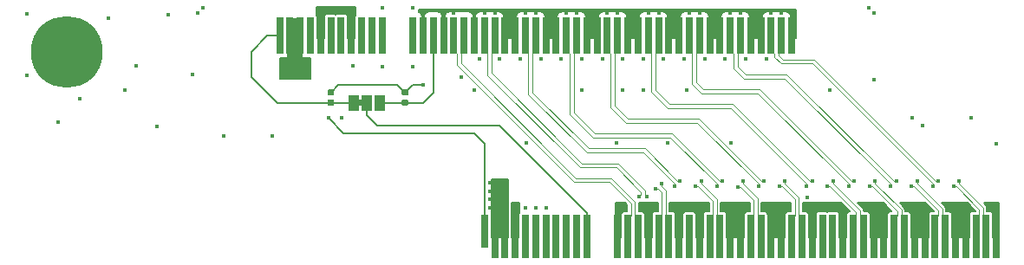
<source format=gbl>
%TF.GenerationSoftware,KiCad,Pcbnew,5.1.5+dfsg1-2build2*%
%TF.CreationDate,2020-11-04T23:41:29+01:00*%
%TF.ProjectId,HPE_FlexibleLOM_adapter_x4,4850455f-466c-4657-9869-626c654c4f4d,1.0 11.2020*%
%TF.SameCoordinates,Original*%
%TF.FileFunction,Copper,L4,Bot*%
%TF.FilePolarity,Positive*%
%FSLAX46Y46*%
G04 Gerber Fmt 4.6, Leading zero omitted, Abs format (unit mm)*
G04 Created by KiCad (PCBNEW 5.1.5+dfsg1-2build2) date 2020-11-04 23:41:29*
%MOMM*%
%LPD*%
G04 APERTURE LIST*
%TA.AperFunction,EtchedComponent*%
%ADD10C,0.100000*%
%TD*%
%TA.AperFunction,ComponentPad*%
%ADD11C,7.000000*%
%TD*%
%TA.AperFunction,ComponentPad*%
%ADD12C,0.800000*%
%TD*%
%TA.AperFunction,SMDPad,CuDef*%
%ADD13R,0.700000X3.600000*%
%TD*%
%TA.AperFunction,ConnectorPad*%
%ADD14R,0.700000X4.300000*%
%TD*%
%TA.AperFunction,ConnectorPad*%
%ADD15R,0.700000X3.200000*%
%TD*%
%TA.AperFunction,SMDPad,CuDef*%
%ADD16C,0.100000*%
%TD*%
%TA.AperFunction,SMDPad,CuDef*%
%ADD17R,1.000000X1.500000*%
%TD*%
%TA.AperFunction,ViaPad*%
%ADD18C,0.450000*%
%TD*%
%TA.AperFunction,Conductor*%
%ADD19C,0.090000*%
%TD*%
%TA.AperFunction,Conductor*%
%ADD20C,0.127000*%
%TD*%
G04 APERTURE END LIST*
D10*
%TO.C,JP3*%
G36*
X107600000Y-110050000D02*
G01*
X108100000Y-110050000D01*
X108100000Y-109450000D01*
X107600000Y-109450000D01*
X107600000Y-110050000D01*
G37*
%TD*%
D11*
%TO.P,REF\002A\002A,1*%
%TO.N,N/C*%
X79200000Y-104750000D03*
D12*
X81825000Y-104750000D03*
X81056155Y-106606155D03*
X79200000Y-107375000D03*
X77343845Y-106606155D03*
X76575000Y-104750000D03*
X77343845Y-102893845D03*
X79200000Y-102125000D03*
X81056155Y-102893845D03*
%TD*%
D13*
%TO.P,J2,A1*%
%TO.N,Net-(J2-PadA1)*%
X100000000Y-103200000D03*
%TO.P,J2,A12*%
%TO.N,Net-(J2-PadA12)*%
X113000000Y-103200000D03*
%TO.P,J2,A13*%
%TO.N,GND*%
X114000000Y-103200000D03*
%TO.P,J2,A14*%
%TO.N,Net-(J2-PadA14)*%
X115000000Y-103200000D03*
%TO.P,J2,A15*%
%TO.N,GND*%
X116000000Y-103200000D03*
%TO.P,J2,A16*%
%TO.N,/REFCLK+*%
X117000000Y-103200000D03*
%TO.P,J2,A17*%
%TO.N,/REFCLK-*%
X118000000Y-103200000D03*
%TO.P,J2,A18*%
%TO.N,GND*%
X119000000Y-103200000D03*
%TO.P,J2,A19*%
%TO.N,/TX0+*%
X120000000Y-103200000D03*
%TO.P,J2,A20*%
%TO.N,/TX0-*%
X121000000Y-103200000D03*
%TO.P,J2,A21*%
%TO.N,GND*%
X122000000Y-103200000D03*
%TO.P,J2,A22*%
X123000000Y-103200000D03*
%TO.P,J2,A23*%
%TO.N,/TX1+*%
X124000000Y-103200000D03*
%TO.P,J2,A24*%
%TO.N,/TX1-*%
X125000000Y-103200000D03*
%TO.P,J2,A25*%
%TO.N,GND*%
X126000000Y-103200000D03*
%TO.P,J2,A26*%
X127000000Y-103200000D03*
%TO.P,J2,A27*%
%TO.N,/TX2+*%
X128000000Y-103200000D03*
%TO.P,J2,A28*%
%TO.N,/TX2-*%
X129000000Y-103200000D03*
%TO.P,J2,A29*%
%TO.N,GND*%
X130000000Y-103200000D03*
%TO.P,J2,A30*%
X131000000Y-103200000D03*
%TO.P,J2,A31*%
%TO.N,/TX3+*%
X132000000Y-103200000D03*
%TO.P,J2,A32*%
%TO.N,/TX3-*%
X133000000Y-103200000D03*
%TO.P,J2,A33*%
%TO.N,GND*%
X134000000Y-103200000D03*
%TO.P,J2,A34*%
X135000000Y-103200000D03*
%TO.P,J2,A35*%
%TO.N,/TX4+*%
X136000000Y-103200000D03*
%TO.P,J2,A36*%
%TO.N,/TX4-*%
X137000000Y-103200000D03*
%TO.P,J2,A37*%
%TO.N,GND*%
X138000000Y-103200000D03*
%TO.P,J2,A38*%
X139000000Y-103200000D03*
%TO.P,J2,A39*%
%TO.N,/TX5+*%
X140000000Y-103200000D03*
%TO.P,J2,A40*%
%TO.N,/TX5-*%
X141000000Y-103200000D03*
%TO.P,J2,A41*%
%TO.N,GND*%
X142000000Y-103200000D03*
%TO.P,J2,A42*%
X143000000Y-103200000D03*
%TO.P,J2,A43*%
%TO.N,/TX6+*%
X144000000Y-103200000D03*
%TO.P,J2,A44*%
%TO.N,/TX6-*%
X145000000Y-103200000D03*
%TO.P,J2,A45*%
%TO.N,GND*%
X146000000Y-103200000D03*
%TO.P,J2,A46*%
X147000000Y-103200000D03*
%TO.P,J2,A47*%
%TO.N,/TX7+*%
X148000000Y-103200000D03*
%TO.P,J2,A48*%
%TO.N,/TX7-*%
X149000000Y-103200000D03*
%TO.P,J2,A49*%
%TO.N,GND*%
X150000000Y-103200000D03*
%TO.P,J2,A2*%
%TO.N,+12V*%
X101000000Y-103200000D03*
%TO.P,J2,A3*%
X102000000Y-103200000D03*
%TO.P,J2,A4*%
%TO.N,Net-(J2-PadA4)*%
X103000000Y-103200000D03*
%TO.P,J2,A5*%
%TO.N,GND*%
X104000000Y-103200000D03*
%TO.P,J2,A6*%
%TO.N,Net-(J2-PadA6)*%
X105000000Y-103200000D03*
%TO.P,J2,A7*%
%TO.N,Net-(J2-PadA7)*%
X106000000Y-103200000D03*
%TO.P,J2,A8*%
%TO.N,GND*%
X107000000Y-103200000D03*
%TO.P,J2,A9*%
%TO.N,Net-(J2-PadA9)*%
X108000000Y-103200000D03*
%TO.P,J2,A10*%
%TO.N,Net-(J2-PadA10)*%
X109000000Y-103200000D03*
%TO.P,J2,A11*%
%TO.N,Net-(J2-PadA11)*%
X110000000Y-103200000D03*
%TD*%
D14*
%TO.P,J1,A49*%
%TO.N,GND*%
X170000000Y-122850000D03*
%TO.P,J1,A48*%
%TO.N,/RX7-*%
X169000000Y-122850000D03*
%TO.P,J1,A47*%
%TO.N,/RX7+*%
X168000000Y-122850000D03*
%TO.P,J1,A46*%
%TO.N,GND*%
X167000000Y-122850000D03*
%TO.P,J1,A45*%
X166000000Y-122850000D03*
%TO.P,J1,A44*%
%TO.N,/RX6-*%
X165000000Y-122850000D03*
%TO.P,J1,A43*%
%TO.N,/RX6+*%
X164000000Y-122850000D03*
%TO.P,J1,A42*%
%TO.N,GND*%
X163000000Y-122850000D03*
%TO.P,J1,A13*%
%TO.N,/REFCLK+*%
X134000000Y-122850000D03*
%TO.P,J1,A12*%
%TO.N,GND*%
X133000000Y-122850000D03*
%TO.P,J1,A18*%
X139000000Y-122850000D03*
%TO.P,J1,A17*%
%TO.N,/RX0-*%
X138000000Y-122850000D03*
%TO.P,J1,A16*%
%TO.N,/RX0+*%
X137000000Y-122850000D03*
%TO.P,J1,A15*%
%TO.N,GND*%
X136000000Y-122850000D03*
%TO.P,J1,A14*%
%TO.N,/REFCLK-*%
X135000000Y-122850000D03*
%TO.P,J1,A11*%
%TO.N,/~PERST*%
X130000000Y-122850000D03*
%TO.P,J1,A10*%
%TO.N,Net-(J1-PadA10)*%
X129000000Y-122850000D03*
%TO.P,J1,A9*%
%TO.N,Net-(J1-PadA9)*%
X128000000Y-122850000D03*
%TO.P,J1,A8*%
%TO.N,Net-(J1-PadA8)*%
X127000000Y-122850000D03*
%TO.P,J1,A7*%
%TO.N,Net-(J1-PadA7)*%
X126000000Y-122850000D03*
%TO.P,J1,A6*%
%TO.N,Net-(J1-PadA6)*%
X125000000Y-122850000D03*
%TO.P,J1,A5*%
%TO.N,Net-(J1-PadA5)*%
X124000000Y-122850000D03*
%TO.P,J1,A4*%
%TO.N,GND*%
X123000000Y-122850000D03*
%TO.P,J1,A3*%
%TO.N,+12V*%
X122000000Y-122850000D03*
%TO.P,J1,A2*%
X121000000Y-122850000D03*
D15*
%TO.P,J1,A1*%
%TO.N,Net-(J1-PadA1)*%
X120000000Y-122300000D03*
D14*
%TO.P,J1,A19*%
%TO.N,Net-(J1-PadA19)*%
X140000000Y-122850000D03*
%TO.P,J1,A20*%
%TO.N,GND*%
X141000000Y-122850000D03*
%TO.P,J1,A21*%
%TO.N,/RX1+*%
X142000000Y-122850000D03*
%TO.P,J1,A22*%
%TO.N,/RX1-*%
X143000000Y-122850000D03*
%TO.P,J1,A23*%
%TO.N,GND*%
X144000000Y-122850000D03*
%TO.P,J1,A24*%
X145000000Y-122850000D03*
%TO.P,J1,A25*%
%TO.N,/RX2+*%
X146000000Y-122850000D03*
%TO.P,J1,A26*%
%TO.N,/RX2-*%
X147000000Y-122850000D03*
%TO.P,J1,A27*%
%TO.N,GND*%
X148000000Y-122850000D03*
%TO.P,J1,A28*%
X149000000Y-122850000D03*
%TO.P,J1,A29*%
%TO.N,/RX3+*%
X150000000Y-122850000D03*
%TO.P,J1,A30*%
%TO.N,/RX3-*%
X151000000Y-122850000D03*
%TO.P,J1,A31*%
%TO.N,GND*%
X152000000Y-122850000D03*
%TO.P,J1,A32*%
%TO.N,Net-(J1-PadA32)*%
X153000000Y-122850000D03*
%TO.P,J1,A33*%
%TO.N,Net-(J1-PadA33)*%
X154000000Y-122850000D03*
%TO.P,J1,A34*%
%TO.N,GND*%
X155000000Y-122850000D03*
%TO.P,J1,A35*%
%TO.N,/RX4+*%
X156000000Y-122850000D03*
%TO.P,J1,A36*%
%TO.N,/RX4-*%
X157000000Y-122850000D03*
%TO.P,J1,A37*%
%TO.N,GND*%
X158000000Y-122850000D03*
%TO.P,J1,A38*%
X159000000Y-122850000D03*
%TO.P,J1,A39*%
%TO.N,/RX5+*%
X160000000Y-122850000D03*
%TO.P,J1,A40*%
%TO.N,/RX5-*%
X161000000Y-122850000D03*
%TO.P,J1,A41*%
%TO.N,GND*%
X162000000Y-122850000D03*
%TD*%
%TA.AperFunction,SMDPad,CuDef*%
D16*
%TO.P,R2,2*%
%TO.N,+3V3*%
G36*
X112436958Y-108470710D02*
G01*
X112451276Y-108472834D01*
X112465317Y-108476351D01*
X112478946Y-108481228D01*
X112492031Y-108487417D01*
X112504447Y-108494858D01*
X112516073Y-108503481D01*
X112526798Y-108513202D01*
X112536519Y-108523927D01*
X112545142Y-108535553D01*
X112552583Y-108547969D01*
X112558772Y-108561054D01*
X112563649Y-108574683D01*
X112567166Y-108588724D01*
X112569290Y-108603042D01*
X112570000Y-108617500D01*
X112570000Y-108912500D01*
X112569290Y-108926958D01*
X112567166Y-108941276D01*
X112563649Y-108955317D01*
X112558772Y-108968946D01*
X112552583Y-108982031D01*
X112545142Y-108994447D01*
X112536519Y-109006073D01*
X112526798Y-109016798D01*
X112516073Y-109026519D01*
X112504447Y-109035142D01*
X112492031Y-109042583D01*
X112478946Y-109048772D01*
X112465317Y-109053649D01*
X112451276Y-109057166D01*
X112436958Y-109059290D01*
X112422500Y-109060000D01*
X112077500Y-109060000D01*
X112063042Y-109059290D01*
X112048724Y-109057166D01*
X112034683Y-109053649D01*
X112021054Y-109048772D01*
X112007969Y-109042583D01*
X111995553Y-109035142D01*
X111983927Y-109026519D01*
X111973202Y-109016798D01*
X111963481Y-109006073D01*
X111954858Y-108994447D01*
X111947417Y-108982031D01*
X111941228Y-108968946D01*
X111936351Y-108955317D01*
X111932834Y-108941276D01*
X111930710Y-108926958D01*
X111930000Y-108912500D01*
X111930000Y-108617500D01*
X111930710Y-108603042D01*
X111932834Y-108588724D01*
X111936351Y-108574683D01*
X111941228Y-108561054D01*
X111947417Y-108547969D01*
X111954858Y-108535553D01*
X111963481Y-108523927D01*
X111973202Y-108513202D01*
X111983927Y-108503481D01*
X111995553Y-108494858D01*
X112007969Y-108487417D01*
X112021054Y-108481228D01*
X112034683Y-108476351D01*
X112048724Y-108472834D01*
X112063042Y-108470710D01*
X112077500Y-108470000D01*
X112422500Y-108470000D01*
X112436958Y-108470710D01*
G37*
%TD.AperFunction*%
%TA.AperFunction,SMDPad,CuDef*%
%TO.P,R2,1*%
%TO.N,Net-(J2-PadA14)*%
G36*
X112436958Y-109440710D02*
G01*
X112451276Y-109442834D01*
X112465317Y-109446351D01*
X112478946Y-109451228D01*
X112492031Y-109457417D01*
X112504447Y-109464858D01*
X112516073Y-109473481D01*
X112526798Y-109483202D01*
X112536519Y-109493927D01*
X112545142Y-109505553D01*
X112552583Y-109517969D01*
X112558772Y-109531054D01*
X112563649Y-109544683D01*
X112567166Y-109558724D01*
X112569290Y-109573042D01*
X112570000Y-109587500D01*
X112570000Y-109882500D01*
X112569290Y-109896958D01*
X112567166Y-109911276D01*
X112563649Y-109925317D01*
X112558772Y-109938946D01*
X112552583Y-109952031D01*
X112545142Y-109964447D01*
X112536519Y-109976073D01*
X112526798Y-109986798D01*
X112516073Y-109996519D01*
X112504447Y-110005142D01*
X112492031Y-110012583D01*
X112478946Y-110018772D01*
X112465317Y-110023649D01*
X112451276Y-110027166D01*
X112436958Y-110029290D01*
X112422500Y-110030000D01*
X112077500Y-110030000D01*
X112063042Y-110029290D01*
X112048724Y-110027166D01*
X112034683Y-110023649D01*
X112021054Y-110018772D01*
X112007969Y-110012583D01*
X111995553Y-110005142D01*
X111983927Y-109996519D01*
X111973202Y-109986798D01*
X111963481Y-109976073D01*
X111954858Y-109964447D01*
X111947417Y-109952031D01*
X111941228Y-109938946D01*
X111936351Y-109925317D01*
X111932834Y-109911276D01*
X111930710Y-109896958D01*
X111930000Y-109882500D01*
X111930000Y-109587500D01*
X111930710Y-109573042D01*
X111932834Y-109558724D01*
X111936351Y-109544683D01*
X111941228Y-109531054D01*
X111947417Y-109517969D01*
X111954858Y-109505553D01*
X111963481Y-109493927D01*
X111973202Y-109483202D01*
X111983927Y-109473481D01*
X111995553Y-109464858D01*
X112007969Y-109457417D01*
X112021054Y-109451228D01*
X112034683Y-109446351D01*
X112048724Y-109442834D01*
X112063042Y-109440710D01*
X112077500Y-109440000D01*
X112422500Y-109440000D01*
X112436958Y-109440710D01*
G37*
%TD.AperFunction*%
%TD*%
D17*
%TO.P,JP3,2*%
%TO.N,/~PERST*%
X108500000Y-109750000D03*
%TO.P,JP3,3*%
%TO.N,Net-(J2-PadA14)*%
X109800000Y-109750000D03*
%TO.P,JP3,1*%
%TO.N,Net-(J2-PadA1)*%
X107200000Y-109750000D03*
%TD*%
%TA.AperFunction,SMDPad,CuDef*%
D16*
%TO.P,R1,2*%
%TO.N,+3V3*%
G36*
X105186958Y-108470710D02*
G01*
X105201276Y-108472834D01*
X105215317Y-108476351D01*
X105228946Y-108481228D01*
X105242031Y-108487417D01*
X105254447Y-108494858D01*
X105266073Y-108503481D01*
X105276798Y-108513202D01*
X105286519Y-108523927D01*
X105295142Y-108535553D01*
X105302583Y-108547969D01*
X105308772Y-108561054D01*
X105313649Y-108574683D01*
X105317166Y-108588724D01*
X105319290Y-108603042D01*
X105320000Y-108617500D01*
X105320000Y-108912500D01*
X105319290Y-108926958D01*
X105317166Y-108941276D01*
X105313649Y-108955317D01*
X105308772Y-108968946D01*
X105302583Y-108982031D01*
X105295142Y-108994447D01*
X105286519Y-109006073D01*
X105276798Y-109016798D01*
X105266073Y-109026519D01*
X105254447Y-109035142D01*
X105242031Y-109042583D01*
X105228946Y-109048772D01*
X105215317Y-109053649D01*
X105201276Y-109057166D01*
X105186958Y-109059290D01*
X105172500Y-109060000D01*
X104827500Y-109060000D01*
X104813042Y-109059290D01*
X104798724Y-109057166D01*
X104784683Y-109053649D01*
X104771054Y-109048772D01*
X104757969Y-109042583D01*
X104745553Y-109035142D01*
X104733927Y-109026519D01*
X104723202Y-109016798D01*
X104713481Y-109006073D01*
X104704858Y-108994447D01*
X104697417Y-108982031D01*
X104691228Y-108968946D01*
X104686351Y-108955317D01*
X104682834Y-108941276D01*
X104680710Y-108926958D01*
X104680000Y-108912500D01*
X104680000Y-108617500D01*
X104680710Y-108603042D01*
X104682834Y-108588724D01*
X104686351Y-108574683D01*
X104691228Y-108561054D01*
X104697417Y-108547969D01*
X104704858Y-108535553D01*
X104713481Y-108523927D01*
X104723202Y-108513202D01*
X104733927Y-108503481D01*
X104745553Y-108494858D01*
X104757969Y-108487417D01*
X104771054Y-108481228D01*
X104784683Y-108476351D01*
X104798724Y-108472834D01*
X104813042Y-108470710D01*
X104827500Y-108470000D01*
X105172500Y-108470000D01*
X105186958Y-108470710D01*
G37*
%TD.AperFunction*%
%TA.AperFunction,SMDPad,CuDef*%
%TO.P,R1,1*%
%TO.N,Net-(J2-PadA1)*%
G36*
X105186958Y-109440710D02*
G01*
X105201276Y-109442834D01*
X105215317Y-109446351D01*
X105228946Y-109451228D01*
X105242031Y-109457417D01*
X105254447Y-109464858D01*
X105266073Y-109473481D01*
X105276798Y-109483202D01*
X105286519Y-109493927D01*
X105295142Y-109505553D01*
X105302583Y-109517969D01*
X105308772Y-109531054D01*
X105313649Y-109544683D01*
X105317166Y-109558724D01*
X105319290Y-109573042D01*
X105320000Y-109587500D01*
X105320000Y-109882500D01*
X105319290Y-109896958D01*
X105317166Y-109911276D01*
X105313649Y-109925317D01*
X105308772Y-109938946D01*
X105302583Y-109952031D01*
X105295142Y-109964447D01*
X105286519Y-109976073D01*
X105276798Y-109986798D01*
X105266073Y-109996519D01*
X105254447Y-110005142D01*
X105242031Y-110012583D01*
X105228946Y-110018772D01*
X105215317Y-110023649D01*
X105201276Y-110027166D01*
X105186958Y-110029290D01*
X105172500Y-110030000D01*
X104827500Y-110030000D01*
X104813042Y-110029290D01*
X104798724Y-110027166D01*
X104784683Y-110023649D01*
X104771054Y-110018772D01*
X104757969Y-110012583D01*
X104745553Y-110005142D01*
X104733927Y-109996519D01*
X104723202Y-109986798D01*
X104713481Y-109976073D01*
X104704858Y-109964447D01*
X104697417Y-109952031D01*
X104691228Y-109938946D01*
X104686351Y-109925317D01*
X104682834Y-109911276D01*
X104680710Y-109896958D01*
X104680000Y-109882500D01*
X104680000Y-109587500D01*
X104680710Y-109573042D01*
X104682834Y-109558724D01*
X104686351Y-109544683D01*
X104691228Y-109531054D01*
X104697417Y-109517969D01*
X104704858Y-109505553D01*
X104713481Y-109493927D01*
X104723202Y-109483202D01*
X104733927Y-109473481D01*
X104745553Y-109464858D01*
X104757969Y-109457417D01*
X104771054Y-109451228D01*
X104784683Y-109446351D01*
X104798724Y-109442834D01*
X104813042Y-109440710D01*
X104827500Y-109440000D01*
X105172500Y-109440000D01*
X105186958Y-109440710D01*
G37*
%TD.AperFunction*%
%TD*%
D18*
%TO.N,/TX7-*%
X164297237Y-117402763D03*
%TO.N,/TX7+*%
X163752763Y-117947237D03*
%TO.N,/TX6-*%
X160197237Y-117402763D03*
%TO.N,/TX0-*%
X135885000Y-118900000D03*
%TO.N,/TX0+*%
X135115000Y-118900000D03*
%TO.N,+3V3*%
X114000000Y-108000000D03*
%TO.N,+12V*%
X121999999Y-118400000D03*
X120500000Y-118400000D03*
X121250000Y-118400000D03*
X120500000Y-120000000D03*
X122000000Y-120000000D03*
X122000000Y-119200000D03*
X121250000Y-117600000D03*
X122000000Y-117600000D03*
X121249999Y-120000000D03*
X121250000Y-119200000D03*
X120500000Y-117600000D03*
X120500000Y-119200000D03*
X100300000Y-105650000D03*
X100300001Y-107150000D03*
X100300000Y-106399999D03*
X102700000Y-107150000D03*
X102700000Y-105650000D03*
X102700000Y-106400000D03*
X101900000Y-105650000D03*
X101900000Y-106400000D03*
X101900000Y-107150000D03*
X101100000Y-107150000D03*
X101100000Y-106400000D03*
X101100000Y-105650000D03*
%TO.N,/RX0-*%
X137272237Y-117627763D03*
%TO.N,/RX0+*%
X136727763Y-118172237D03*
%TO.N,/RX1+*%
X140602763Y-117947237D03*
%TO.N,/RX1-*%
X141147237Y-117402763D03*
%TO.N,/RX2+*%
X144727763Y-117972237D03*
%TO.N,/RX2-*%
X145272237Y-117427763D03*
%TO.N,/RX3+*%
X148802763Y-117947237D03*
%TO.N,/RX3-*%
X149347237Y-117402763D03*
%TO.N,/TX1+*%
X138552763Y-117947237D03*
%TO.N,/TX1-*%
X139097237Y-117402763D03*
%TO.N,/TX2+*%
X142677763Y-117947237D03*
%TO.N,/TX2-*%
X143222237Y-117402763D03*
%TO.N,/TX3+*%
X146752763Y-117947237D03*
%TO.N,/TX3-*%
X147297237Y-117402763D03*
%TO.N,/RX4+*%
X153502763Y-117947237D03*
%TO.N,/RX4-*%
X154047237Y-117402763D03*
%TO.N,/RX5+*%
X157577763Y-117947237D03*
%TO.N,/RX5-*%
X158122237Y-117402763D03*
%TO.N,/RX6+*%
X161702763Y-117947237D03*
%TO.N,/RX6-*%
X162247237Y-117402763D03*
%TO.N,/RX7+*%
X165802763Y-117947237D03*
%TO.N,/RX7-*%
X166347237Y-117402763D03*
%TO.N,/TX4+*%
X151452763Y-117947237D03*
%TO.N,/TX4-*%
X151997237Y-117402763D03*
%TO.N,/TX5+*%
X155552763Y-117947237D03*
%TO.N,/TX5-*%
X156097237Y-117402763D03*
%TO.N,/TX6+*%
X159652763Y-117947237D03*
%TO.N,Net-(J1-PadA1)*%
X104750000Y-111250000D03*
%TO.N,GND*%
X124050000Y-113700000D03*
X155300000Y-120200000D03*
X157300000Y-120200000D03*
X161300000Y-120200000D03*
X133300000Y-119800000D03*
X136600000Y-119800000D03*
X139400000Y-119800000D03*
X138500000Y-119800000D03*
X141600000Y-119800000D03*
X143400000Y-119800000D03*
X145600000Y-119800000D03*
X147400000Y-119800000D03*
X149600000Y-119800000D03*
X152300000Y-119800000D03*
X169700000Y-119800000D03*
X167400000Y-120100000D03*
X165300000Y-120200000D03*
X159300000Y-120200000D03*
X123000000Y-120000000D03*
X126000000Y-120000000D03*
X125000000Y-120000000D03*
X124000000Y-120000000D03*
X134000000Y-101000000D03*
X135000000Y-101000000D03*
X131000000Y-101000000D03*
X130000000Y-101000000D03*
X126000000Y-101000000D03*
X127000000Y-101000000D03*
X123000000Y-101000000D03*
X122000000Y-101000000D03*
X119000000Y-101000000D03*
X116000000Y-101000000D03*
X114000000Y-101000000D03*
X138000000Y-101000000D03*
X139000000Y-101000000D03*
X142000000Y-101000000D03*
X143000000Y-101000000D03*
X146000000Y-101000000D03*
X147000000Y-101000000D03*
X150000000Y-101000000D03*
X107000000Y-100750000D03*
X104000000Y-100750000D03*
X106000000Y-100750000D03*
X105000000Y-100750000D03*
X121000000Y-101000000D03*
X120000000Y-101000000D03*
X117000000Y-101000000D03*
X124000000Y-101000000D03*
X125000000Y-101000000D03*
X128000000Y-101000000D03*
X129000000Y-101000000D03*
X132000000Y-101000000D03*
X133000000Y-101000000D03*
X136000000Y-101000000D03*
X137000000Y-101000000D03*
X140000000Y-101000000D03*
X141000000Y-101000000D03*
X144000000Y-101000000D03*
X145000000Y-101000000D03*
X148000000Y-101000000D03*
X149000000Y-101000000D03*
X110000000Y-100500000D03*
X113000000Y-100500000D03*
X92500000Y-100500000D03*
X92000000Y-101000000D03*
X99250000Y-113000000D03*
X94500000Y-113000000D03*
X119500000Y-105500000D03*
X121500000Y-105500000D03*
X123500000Y-105500000D03*
X125500000Y-105500000D03*
X127500000Y-105500000D03*
X129500000Y-105500000D03*
X131500000Y-105500000D03*
X133500000Y-105500000D03*
X135500000Y-105500000D03*
X137500000Y-105500000D03*
X139500000Y-105500000D03*
X141500000Y-105500000D03*
X143500000Y-105500000D03*
X145500000Y-105500000D03*
X147500000Y-105500000D03*
X157500000Y-100500000D03*
X167500000Y-111250000D03*
X170000000Y-113750000D03*
X133500000Y-108500000D03*
X135500000Y-108500000D03*
X153750000Y-108500000D03*
X119000000Y-108500000D03*
X139750000Y-108500000D03*
X129500000Y-108500000D03*
X158000000Y-107500000D03*
X161750000Y-111250000D03*
X144100000Y-113700000D03*
X137900000Y-113700000D03*
X132850000Y-113700000D03*
X113000000Y-106250000D03*
X110000000Y-106250000D03*
X117750000Y-107250000D03*
X158000000Y-101000000D03*
X88050000Y-112100000D03*
X86000000Y-106150000D03*
X83250000Y-101450000D03*
X75300000Y-101050000D03*
X75300000Y-107100000D03*
X80500000Y-109350000D03*
X84900000Y-108500000D03*
X78400000Y-111650000D03*
X89100000Y-101150000D03*
X91500000Y-107000000D03*
%TO.N,/PRSNT_x4*%
X151500000Y-119000000D03*
X106050000Y-111250000D03*
%TO.N,/PRSNT_x8*%
X162750000Y-112000000D03*
X107150000Y-106150000D03*
%TD*%
D19*
%TO.N,/TX7-*%
X148705000Y-104945000D02*
X148705000Y-105090086D01*
X149000000Y-104650000D02*
X148705000Y-104945000D01*
X149000000Y-103200000D02*
X149000000Y-104650000D01*
X148705000Y-105090086D02*
X149134914Y-105520000D01*
X164042677Y-117402763D02*
X164297237Y-117402763D01*
X149134914Y-105520000D02*
X152159914Y-105520000D01*
X152159914Y-105520000D02*
X164042677Y-117402763D01*
%TO.N,/TX7+*%
X148295000Y-104945000D02*
X148295000Y-105259914D01*
X148000000Y-104650000D02*
X148295000Y-104945000D01*
X148000000Y-103200000D02*
X148000000Y-104650000D01*
X148295000Y-105259914D02*
X148965086Y-105930000D01*
X163752763Y-117692677D02*
X163752763Y-117947237D01*
X151990086Y-105930000D02*
X163752763Y-117692677D01*
X148965086Y-105930000D02*
X151990086Y-105930000D01*
%TO.N,/TX6-*%
X145000000Y-104650000D02*
X144705000Y-104945000D01*
X145000000Y-103200000D02*
X145000000Y-104650000D01*
X144705000Y-104945000D02*
X144705000Y-106190086D01*
X144705000Y-106190086D02*
X145484914Y-106970000D01*
X145484914Y-106970000D02*
X149509914Y-106970000D01*
X159942677Y-117402763D02*
X160197237Y-117402763D01*
X149509914Y-106970000D02*
X159942677Y-117402763D01*
%TO.N,/TX0-*%
X121000000Y-104650000D02*
X120705000Y-104945000D01*
X120705000Y-104945000D02*
X120705000Y-106865086D01*
X120705000Y-106865086D02*
X129516499Y-115676585D01*
X121000000Y-103200000D02*
X121000000Y-104650000D01*
X135885000Y-118900000D02*
X135705000Y-118720000D01*
X129516499Y-115676585D02*
X133041499Y-115676585D01*
X133041499Y-115676585D02*
X135705000Y-118340086D01*
X135705000Y-118340086D02*
X135705000Y-118720000D01*
%TO.N,/TX0+*%
X120000000Y-103200000D02*
X120000000Y-104650000D01*
X120000000Y-104650000D02*
X120295000Y-104945000D01*
X120295000Y-104945000D02*
X120295000Y-107034914D01*
X120295000Y-107034914D02*
X129346671Y-116086585D01*
X135115000Y-118900000D02*
X135295000Y-118720000D01*
X132871671Y-116086585D02*
X135295000Y-118509914D01*
X129346671Y-116086585D02*
X132871671Y-116086585D01*
X135295000Y-118509914D02*
X135295000Y-118720000D01*
D20*
%TO.N,+3V3*%
X105000000Y-108765000D02*
X105000000Y-108750000D01*
X112250000Y-108765000D02*
X112250000Y-108750000D01*
X112250000Y-108750000D02*
X111500000Y-108000000D01*
X111500000Y-108000000D02*
X105750000Y-108000000D01*
X105750000Y-108000000D02*
X105000000Y-108750000D01*
X112250000Y-108750000D02*
X113000000Y-108000000D01*
X113000000Y-108000000D02*
X114000000Y-108000000D01*
D19*
%TO.N,/REFCLK+*%
X117000000Y-103200000D02*
X117000000Y-104650000D01*
X117000000Y-104650000D02*
X117295000Y-104945000D01*
X117295000Y-104945000D02*
X117295000Y-106059914D01*
X134295000Y-120755000D02*
X134000000Y-121050000D01*
X117295000Y-106059914D02*
X128765086Y-117530000D01*
X134000000Y-121050000D02*
X134000000Y-122850000D01*
X134295000Y-120755000D02*
X134295000Y-119584914D01*
X132240086Y-117530000D02*
X128765086Y-117530000D01*
X134295000Y-119584914D02*
X132240086Y-117530000D01*
%TO.N,/RX0-*%
X137272237Y-117882323D02*
X137272237Y-117627763D01*
X137705000Y-118315086D02*
X137272237Y-117882323D01*
X137705000Y-120755000D02*
X137705000Y-118315086D01*
X138000000Y-122850000D02*
X138000000Y-121050000D01*
X138000000Y-121050000D02*
X137705000Y-120755000D01*
%TO.N,/RX0+*%
X136982323Y-118172237D02*
X136727763Y-118172237D01*
X137295000Y-118484914D02*
X136982323Y-118172237D01*
X137295000Y-120755000D02*
X137295000Y-118484914D01*
X137000000Y-121050000D02*
X137295000Y-120755000D01*
X137000000Y-122850000D02*
X137000000Y-121050000D01*
%TO.N,/REFCLK-*%
X118000000Y-104650000D02*
X117705000Y-104945000D01*
X134705000Y-120755000D02*
X135000000Y-121050000D01*
X117705000Y-104945000D02*
X117705000Y-105890086D01*
X118000000Y-103200000D02*
X118000000Y-104650000D01*
X117705000Y-105890086D02*
X128934914Y-117120000D01*
X134705000Y-120755000D02*
X134705000Y-119415086D01*
X132409914Y-117120000D02*
X128934914Y-117120000D01*
X134705000Y-119415086D02*
X132409914Y-117120000D01*
D20*
%TO.N,/~PERST*%
X130000000Y-120573000D02*
X121427000Y-112000000D01*
X108500000Y-111000000D02*
X108500000Y-109750000D01*
X109500000Y-112000000D02*
X108500000Y-111000000D01*
X121427000Y-112000000D02*
X109500000Y-112000000D01*
X130000000Y-122850000D02*
X130000000Y-120573000D01*
D19*
%TO.N,/RX1+*%
X142295000Y-120755000D02*
X142000000Y-121050000D01*
X142000000Y-121050000D02*
X142000000Y-122850000D01*
X142295000Y-119384914D02*
X142295000Y-120755000D01*
X140857323Y-117947237D02*
X142295000Y-119384914D01*
X140602763Y-117947237D02*
X140857323Y-117947237D01*
%TO.N,/RX1-*%
X143000000Y-121050000D02*
X143000000Y-122850000D01*
X142705000Y-120755000D02*
X143000000Y-121050000D01*
X142705000Y-119215086D02*
X142705000Y-120755000D01*
X141147237Y-117657323D02*
X142705000Y-119215086D01*
X141147237Y-117402763D02*
X141147237Y-117657323D01*
%TO.N,/RX2+*%
X146000000Y-121050000D02*
X146295000Y-120755000D01*
X146000000Y-122850000D02*
X146000000Y-121050000D01*
X144982323Y-117972237D02*
X144727763Y-117972237D01*
X146295000Y-119284914D02*
X144982323Y-117972237D01*
X146295000Y-120755000D02*
X146295000Y-119284914D01*
%TO.N,/RX2-*%
X147000000Y-121050000D02*
X146705000Y-120755000D01*
X147000000Y-122850000D02*
X147000000Y-121050000D01*
X146705000Y-119115086D02*
X145272237Y-117682323D01*
X146705000Y-120755000D02*
X146705000Y-119115086D01*
X145272237Y-117682323D02*
X145272237Y-117427763D01*
%TO.N,/RX3+*%
X150000000Y-121050000D02*
X150295000Y-120755000D01*
X150000000Y-122850000D02*
X150000000Y-121050000D01*
X149057323Y-117947237D02*
X148802763Y-117947237D01*
X150295000Y-119184914D02*
X149057323Y-117947237D01*
X150295000Y-120755000D02*
X150295000Y-119184914D01*
%TO.N,/RX3-*%
X151000000Y-121050000D02*
X150705000Y-120755000D01*
X151000000Y-122850000D02*
X151000000Y-121050000D01*
X150705000Y-119015086D02*
X149347237Y-117657323D01*
X150705000Y-120755000D02*
X150705000Y-119015086D01*
X149347237Y-117657323D02*
X149347237Y-117402763D01*
%TO.N,/TX1+*%
X124000000Y-103200000D02*
X124000000Y-104650000D01*
X138552763Y-117692677D02*
X138552763Y-117947237D01*
X124000000Y-104650000D02*
X124295000Y-104945000D01*
X124295000Y-104945000D02*
X124295000Y-108934914D01*
X129990086Y-114630000D02*
X135490086Y-114630000D01*
X135490086Y-114630000D02*
X138552763Y-117692677D01*
X124295000Y-108934914D02*
X129990086Y-114630000D01*
%TO.N,/TX1-*%
X125000000Y-103200000D02*
X125000000Y-104650000D01*
X124705000Y-108765086D02*
X130159914Y-114220000D01*
X130159914Y-114220000D02*
X135659914Y-114220000D01*
X125000000Y-104650000D02*
X124705000Y-104945000D01*
X135659914Y-114220000D02*
X138842677Y-117402763D01*
X138842677Y-117402763D02*
X139097237Y-117402763D01*
X124705000Y-104945000D02*
X124705000Y-108765086D01*
%TO.N,/TX2+*%
X128000000Y-103200000D02*
X128000000Y-104650000D01*
X128000000Y-104650000D02*
X128295000Y-104945000D01*
X128295000Y-104945000D02*
X128295000Y-110884914D01*
X130590086Y-113180000D02*
X138165086Y-113180000D01*
X142677763Y-117692677D02*
X142677763Y-117947237D01*
X128295000Y-110884914D02*
X130590086Y-113180000D01*
X138165086Y-113180000D02*
X142677763Y-117692677D01*
%TO.N,/TX2-*%
X130759914Y-112770000D02*
X138334914Y-112770000D01*
X138334914Y-112770000D02*
X142967677Y-117402763D01*
X142967677Y-117402763D02*
X143222237Y-117402763D01*
X128705000Y-110715086D02*
X130759914Y-112770000D01*
X129000000Y-103200000D02*
X129000000Y-104650000D01*
X129000000Y-104650000D02*
X128705000Y-104945000D01*
X128705000Y-104945000D02*
X128705000Y-110715086D01*
%TO.N,/TX3+*%
X132000000Y-104650000D02*
X132295000Y-104945000D01*
X132000000Y-103200000D02*
X132000000Y-104650000D01*
X132295000Y-104945000D02*
X132295000Y-110234914D01*
X132295000Y-110234914D02*
X133790086Y-111730000D01*
X146752763Y-117692677D02*
X146752763Y-117947237D01*
X140790086Y-111730000D02*
X146752763Y-117692677D01*
X133790086Y-111730000D02*
X140790086Y-111730000D01*
%TO.N,/TX3-*%
X133000000Y-104650000D02*
X132705000Y-104945000D01*
X133000000Y-103200000D02*
X133000000Y-104650000D01*
X132705000Y-104945000D02*
X132705000Y-110065086D01*
X132705000Y-110065086D02*
X133959914Y-111320000D01*
X133959914Y-111320000D02*
X140959914Y-111320000D01*
X140959914Y-111320000D02*
X147042677Y-117402763D01*
X147042677Y-117402763D02*
X147297237Y-117402763D01*
%TO.N,/RX4+*%
X153757323Y-117947237D02*
X153502763Y-117947237D01*
X156295000Y-120484914D02*
X153757323Y-117947237D01*
X156295000Y-120755000D02*
X156295000Y-120484914D01*
X156000000Y-121050000D02*
X156295000Y-120755000D01*
X156000000Y-122850000D02*
X156000000Y-121050000D01*
%TO.N,/RX4-*%
X154047237Y-117657323D02*
X154047237Y-117402763D01*
X156705000Y-120755000D02*
X156705000Y-120315086D01*
X157000000Y-121050000D02*
X156705000Y-120755000D01*
X157000000Y-122850000D02*
X157000000Y-121050000D01*
X156705000Y-120315086D02*
X154047237Y-117657323D01*
%TO.N,/RX5+*%
X157832323Y-117947237D02*
X157577763Y-117947237D01*
X160295000Y-120409914D02*
X157832323Y-117947237D01*
X160295000Y-120755000D02*
X160295000Y-120409914D01*
X160000000Y-121050000D02*
X160295000Y-120755000D01*
X160000000Y-122850000D02*
X160000000Y-121050000D01*
%TO.N,/RX5-*%
X160705000Y-120240086D02*
X158122237Y-117657323D01*
X160705000Y-120755000D02*
X160705000Y-120240086D01*
X161000000Y-121050000D02*
X160705000Y-120755000D01*
X158122237Y-117657323D02*
X158122237Y-117402763D01*
X161000000Y-122850000D02*
X161000000Y-121050000D01*
%TO.N,/RX6+*%
X161957323Y-117947237D02*
X161702763Y-117947237D01*
X164295000Y-120284914D02*
X161957323Y-117947237D01*
X164295000Y-120755000D02*
X164295000Y-120284914D01*
X164000000Y-121050000D02*
X164295000Y-120755000D01*
X164000000Y-122850000D02*
X164000000Y-121050000D01*
%TO.N,/RX6-*%
X162247237Y-117657323D02*
X162247237Y-117402763D01*
X164705000Y-120755000D02*
X164705000Y-120115086D01*
X165000000Y-121050000D02*
X164705000Y-120755000D01*
X165000000Y-122850000D02*
X165000000Y-121050000D01*
X164705000Y-120115086D02*
X162247237Y-117657323D01*
%TO.N,/RX7+*%
X166057323Y-117947237D02*
X165802763Y-117947237D01*
X168295000Y-120184914D02*
X166057323Y-117947237D01*
X168295000Y-120755000D02*
X168295000Y-120184914D01*
X168000000Y-121050000D02*
X168295000Y-120755000D01*
X168000000Y-122850000D02*
X168000000Y-121050000D01*
%TO.N,/RX7-*%
X168705000Y-120755000D02*
X168705000Y-120015086D01*
X169000000Y-121050000D02*
X168705000Y-120755000D01*
X169000000Y-122850000D02*
X169000000Y-121050000D01*
X168705000Y-120015086D02*
X166347237Y-117657323D01*
X166347237Y-117657323D02*
X166347237Y-117402763D01*
%TO.N,/TX4+*%
X136000000Y-104650000D02*
X136295000Y-104945000D01*
X136295000Y-108659914D02*
X137915086Y-110280000D01*
X144040086Y-110280000D02*
X151452763Y-117692677D01*
X136295000Y-104945000D02*
X136295000Y-108659914D01*
X137915086Y-110280000D02*
X144040086Y-110280000D01*
X151452763Y-117692677D02*
X151452763Y-117947237D01*
X136000000Y-103200000D02*
X136000000Y-104650000D01*
%TO.N,/TX4-*%
X144209914Y-109870000D02*
X151742677Y-117402763D01*
X138084914Y-109870000D02*
X144209914Y-109870000D01*
X151742677Y-117402763D02*
X151997237Y-117402763D01*
X137000000Y-103200000D02*
X137000000Y-104650000D01*
X137000000Y-104650000D02*
X136705000Y-104945000D01*
X136705000Y-104945000D02*
X136705000Y-108490086D01*
X136705000Y-108490086D02*
X138084914Y-109870000D01*
%TO.N,/TX5+*%
X140000000Y-103200000D02*
X140000000Y-104650000D01*
X140295000Y-104945000D02*
X140295000Y-107959914D01*
X140000000Y-104650000D02*
X140295000Y-104945000D01*
X140295000Y-107959914D02*
X141165086Y-108830000D01*
X141165086Y-108830000D02*
X146690086Y-108830000D01*
X155552763Y-117692677D02*
X155552763Y-117947237D01*
X146690086Y-108830000D02*
X155552763Y-117692677D01*
%TO.N,/TX5-*%
X155842677Y-117402763D02*
X156097237Y-117402763D01*
X146859914Y-108420000D02*
X155842677Y-117402763D01*
X141000000Y-104650000D02*
X140705000Y-104945000D01*
X140705000Y-104945000D02*
X140705000Y-107790086D01*
X141000000Y-103200000D02*
X141000000Y-104650000D01*
X141334914Y-108420000D02*
X146859914Y-108420000D01*
X140705000Y-107790086D02*
X141334914Y-108420000D01*
%TO.N,/TX6+*%
X144295000Y-104945000D02*
X144295000Y-106359914D01*
X144000000Y-104650000D02*
X144295000Y-104945000D01*
X144000000Y-103200000D02*
X144000000Y-104650000D01*
X144295000Y-106359914D02*
X145315086Y-107380000D01*
X159652763Y-117692677D02*
X159652763Y-117947237D01*
X149340086Y-107380000D02*
X159652763Y-117692677D01*
X145315086Y-107380000D02*
X149340086Y-107380000D01*
D20*
%TO.N,Net-(J2-PadA14)*%
X115000000Y-103200000D02*
X115000000Y-108750000D01*
X115000000Y-108750000D02*
X114000000Y-109750000D01*
X114000000Y-109750000D02*
X109750000Y-109750000D01*
%TO.N,Net-(J2-PadA1)*%
X100000000Y-103200000D02*
X98800000Y-103200000D01*
X99750000Y-109750000D02*
X107250000Y-109750000D01*
X97250000Y-107250000D02*
X99750000Y-109750000D01*
X97250000Y-104750000D02*
X97250000Y-107250000D01*
X98800000Y-103200000D02*
X97250000Y-104750000D01*
%TO.N,Net-(J1-PadA1)*%
X120000000Y-122300000D02*
X120000000Y-113750000D01*
X120000000Y-113750000D02*
X119000000Y-112750000D01*
X106250000Y-112750000D02*
X104750000Y-111250000D01*
X119000000Y-112750000D02*
X106250000Y-112750000D01*
%TD*%
%TO.N,GND*%
G36*
X133932501Y-119735068D02*
G01*
X133932500Y-120380964D01*
X133650000Y-120380964D01*
X133587759Y-120387094D01*
X133527910Y-120405249D01*
X133472753Y-120434731D01*
X133424407Y-120474407D01*
X133384731Y-120522753D01*
X133355249Y-120577910D01*
X133337094Y-120637759D01*
X133330964Y-120700000D01*
X133330964Y-122936500D01*
X132817500Y-122936500D01*
X132817500Y-119563500D01*
X133760933Y-119563500D01*
X133932501Y-119735068D01*
G37*
X133932501Y-119735068D02*
X133932500Y-120380964D01*
X133650000Y-120380964D01*
X133587759Y-120387094D01*
X133527910Y-120405249D01*
X133472753Y-120434731D01*
X133424407Y-120474407D01*
X133384731Y-120522753D01*
X133355249Y-120577910D01*
X133337094Y-120637759D01*
X133330964Y-120700000D01*
X133330964Y-122936500D01*
X132817500Y-122936500D01*
X132817500Y-119563500D01*
X133760933Y-119563500D01*
X133932501Y-119735068D01*
G36*
X136932500Y-120380964D02*
G01*
X136650000Y-120380964D01*
X136587759Y-120387094D01*
X136527910Y-120405249D01*
X136472753Y-120434731D01*
X136424407Y-120474407D01*
X136384731Y-120522753D01*
X136355249Y-120577910D01*
X136337094Y-120637759D01*
X136330964Y-120700000D01*
X136330964Y-122936500D01*
X135669036Y-122936500D01*
X135669036Y-120700000D01*
X135662906Y-120637759D01*
X135644751Y-120577910D01*
X135615269Y-120522753D01*
X135575593Y-120474407D01*
X135527247Y-120434731D01*
X135472090Y-120405249D01*
X135412241Y-120387094D01*
X135350000Y-120380964D01*
X135067500Y-120380964D01*
X135067500Y-119563500D01*
X136932500Y-119563500D01*
X136932500Y-120380964D01*
G37*
X136932500Y-120380964D02*
X136650000Y-120380964D01*
X136587759Y-120387094D01*
X136527910Y-120405249D01*
X136472753Y-120434731D01*
X136424407Y-120474407D01*
X136384731Y-120522753D01*
X136355249Y-120577910D01*
X136337094Y-120637759D01*
X136330964Y-120700000D01*
X136330964Y-122936500D01*
X135669036Y-122936500D01*
X135669036Y-120700000D01*
X135662906Y-120637759D01*
X135644751Y-120577910D01*
X135615269Y-120522753D01*
X135575593Y-120474407D01*
X135527247Y-120434731D01*
X135472090Y-120405249D01*
X135412241Y-120387094D01*
X135350000Y-120380964D01*
X135067500Y-120380964D01*
X135067500Y-119563500D01*
X136932500Y-119563500D01*
X136932500Y-120380964D01*
G36*
X141932501Y-120380964D02*
G01*
X141650000Y-120380964D01*
X141587759Y-120387094D01*
X141527910Y-120405249D01*
X141472753Y-120434731D01*
X141424407Y-120474407D01*
X141384731Y-120522753D01*
X141355249Y-120577910D01*
X141337094Y-120637759D01*
X141330964Y-120700000D01*
X141330964Y-122936500D01*
X140669036Y-122936500D01*
X140669036Y-120700000D01*
X140662906Y-120637759D01*
X140644751Y-120577910D01*
X140615269Y-120522753D01*
X140575593Y-120474407D01*
X140527247Y-120434731D01*
X140472090Y-120405249D01*
X140412241Y-120387094D01*
X140350000Y-120380964D01*
X139650000Y-120380964D01*
X139587759Y-120387094D01*
X139527910Y-120405249D01*
X139472753Y-120434731D01*
X139424407Y-120474407D01*
X139384731Y-120522753D01*
X139355249Y-120577910D01*
X139337094Y-120637759D01*
X139330964Y-120700000D01*
X139330964Y-122936500D01*
X138669036Y-122936500D01*
X138669036Y-120700000D01*
X138662906Y-120637759D01*
X138644751Y-120577910D01*
X138615269Y-120522753D01*
X138575593Y-120474407D01*
X138527247Y-120434731D01*
X138472090Y-120405249D01*
X138412241Y-120387094D01*
X138350000Y-120380964D01*
X138067500Y-120380964D01*
X138067500Y-119563500D01*
X141932500Y-119563500D01*
X141932501Y-120380964D01*
G37*
X141932501Y-120380964D02*
X141650000Y-120380964D01*
X141587759Y-120387094D01*
X141527910Y-120405249D01*
X141472753Y-120434731D01*
X141424407Y-120474407D01*
X141384731Y-120522753D01*
X141355249Y-120577910D01*
X141337094Y-120637759D01*
X141330964Y-120700000D01*
X141330964Y-122936500D01*
X140669036Y-122936500D01*
X140669036Y-120700000D01*
X140662906Y-120637759D01*
X140644751Y-120577910D01*
X140615269Y-120522753D01*
X140575593Y-120474407D01*
X140527247Y-120434731D01*
X140472090Y-120405249D01*
X140412241Y-120387094D01*
X140350000Y-120380964D01*
X139650000Y-120380964D01*
X139587759Y-120387094D01*
X139527910Y-120405249D01*
X139472753Y-120434731D01*
X139424407Y-120474407D01*
X139384731Y-120522753D01*
X139355249Y-120577910D01*
X139337094Y-120637759D01*
X139330964Y-120700000D01*
X139330964Y-122936500D01*
X138669036Y-122936500D01*
X138669036Y-120700000D01*
X138662906Y-120637759D01*
X138644751Y-120577910D01*
X138615269Y-120522753D01*
X138575593Y-120474407D01*
X138527247Y-120434731D01*
X138472090Y-120405249D01*
X138412241Y-120387094D01*
X138350000Y-120380964D01*
X138067500Y-120380964D01*
X138067500Y-119563500D01*
X141932500Y-119563500D01*
X141932501Y-120380964D01*
G36*
X145932500Y-120380964D02*
G01*
X145650000Y-120380964D01*
X145587759Y-120387094D01*
X145527910Y-120405249D01*
X145472753Y-120434731D01*
X145424407Y-120474407D01*
X145384731Y-120522753D01*
X145355249Y-120577910D01*
X145337094Y-120637759D01*
X145330964Y-120700000D01*
X145330964Y-122936500D01*
X143669036Y-122936500D01*
X143669036Y-120700000D01*
X143662906Y-120637759D01*
X143644751Y-120577910D01*
X143615269Y-120522753D01*
X143575593Y-120474407D01*
X143527247Y-120434731D01*
X143472090Y-120405249D01*
X143412241Y-120387094D01*
X143350000Y-120380964D01*
X143067500Y-120380964D01*
X143067500Y-119563500D01*
X145932501Y-119563500D01*
X145932500Y-120380964D01*
G37*
X145932500Y-120380964D02*
X145650000Y-120380964D01*
X145587759Y-120387094D01*
X145527910Y-120405249D01*
X145472753Y-120434731D01*
X145424407Y-120474407D01*
X145384731Y-120522753D01*
X145355249Y-120577910D01*
X145337094Y-120637759D01*
X145330964Y-120700000D01*
X145330964Y-122936500D01*
X143669036Y-122936500D01*
X143669036Y-120700000D01*
X143662906Y-120637759D01*
X143644751Y-120577910D01*
X143615269Y-120522753D01*
X143575593Y-120474407D01*
X143527247Y-120434731D01*
X143472090Y-120405249D01*
X143412241Y-120387094D01*
X143350000Y-120380964D01*
X143067500Y-120380964D01*
X143067500Y-119563500D01*
X145932501Y-119563500D01*
X145932500Y-120380964D01*
G36*
X149932500Y-120380964D02*
G01*
X149650000Y-120380964D01*
X149587759Y-120387094D01*
X149527910Y-120405249D01*
X149472753Y-120434731D01*
X149424407Y-120474407D01*
X149384731Y-120522753D01*
X149355249Y-120577910D01*
X149337094Y-120637759D01*
X149330964Y-120700000D01*
X149330964Y-122936500D01*
X147669036Y-122936500D01*
X147669036Y-120700000D01*
X147662906Y-120637759D01*
X147644751Y-120577910D01*
X147615269Y-120522753D01*
X147575593Y-120474407D01*
X147527247Y-120434731D01*
X147472090Y-120405249D01*
X147412241Y-120387094D01*
X147350000Y-120380964D01*
X147067500Y-120380964D01*
X147067500Y-119563500D01*
X149932501Y-119563500D01*
X149932500Y-120380964D01*
G37*
X149932500Y-120380964D02*
X149650000Y-120380964D01*
X149587759Y-120387094D01*
X149527910Y-120405249D01*
X149472753Y-120434731D01*
X149424407Y-120474407D01*
X149384731Y-120522753D01*
X149355249Y-120577910D01*
X149337094Y-120637759D01*
X149330964Y-120700000D01*
X149330964Y-122936500D01*
X147669036Y-122936500D01*
X147669036Y-120700000D01*
X147662906Y-120637759D01*
X147644751Y-120577910D01*
X147615269Y-120522753D01*
X147575593Y-120474407D01*
X147527247Y-120434731D01*
X147472090Y-120405249D01*
X147412241Y-120387094D01*
X147350000Y-120380964D01*
X147067500Y-120380964D01*
X147067500Y-119563500D01*
X149932501Y-119563500D01*
X149932500Y-120380964D01*
G36*
X155678397Y-120380964D02*
G01*
X155650000Y-120380964D01*
X155587759Y-120387094D01*
X155527910Y-120405249D01*
X155472753Y-120434731D01*
X155424407Y-120474407D01*
X155384731Y-120522753D01*
X155355249Y-120577910D01*
X155337094Y-120637759D01*
X155330964Y-120700000D01*
X155330964Y-122936500D01*
X154669036Y-122936500D01*
X154669036Y-120700000D01*
X154662906Y-120637759D01*
X154644751Y-120577910D01*
X154615269Y-120522753D01*
X154575593Y-120474407D01*
X154527247Y-120434731D01*
X154472090Y-120405249D01*
X154412241Y-120387094D01*
X154350000Y-120380964D01*
X153650000Y-120380964D01*
X153587759Y-120387094D01*
X153527910Y-120405249D01*
X153500000Y-120420167D01*
X153472090Y-120405249D01*
X153412241Y-120387094D01*
X153350000Y-120380964D01*
X152650000Y-120380964D01*
X152587759Y-120387094D01*
X152527910Y-120405249D01*
X152472753Y-120434731D01*
X152424407Y-120474407D01*
X152384731Y-120522753D01*
X152355249Y-120577910D01*
X152337094Y-120637759D01*
X152330964Y-120700000D01*
X152330964Y-122936500D01*
X151669036Y-122936500D01*
X151669036Y-120700000D01*
X151662906Y-120637759D01*
X151644751Y-120577910D01*
X151615269Y-120522753D01*
X151575593Y-120474407D01*
X151527247Y-120434731D01*
X151472090Y-120405249D01*
X151412241Y-120387094D01*
X151350000Y-120380964D01*
X151067500Y-120380964D01*
X151067500Y-119563500D01*
X154860933Y-119563500D01*
X155678397Y-120380964D01*
G37*
X155678397Y-120380964D02*
X155650000Y-120380964D01*
X155587759Y-120387094D01*
X155527910Y-120405249D01*
X155472753Y-120434731D01*
X155424407Y-120474407D01*
X155384731Y-120522753D01*
X155355249Y-120577910D01*
X155337094Y-120637759D01*
X155330964Y-120700000D01*
X155330964Y-122936500D01*
X154669036Y-122936500D01*
X154669036Y-120700000D01*
X154662906Y-120637759D01*
X154644751Y-120577910D01*
X154615269Y-120522753D01*
X154575593Y-120474407D01*
X154527247Y-120434731D01*
X154472090Y-120405249D01*
X154412241Y-120387094D01*
X154350000Y-120380964D01*
X153650000Y-120380964D01*
X153587759Y-120387094D01*
X153527910Y-120405249D01*
X153500000Y-120420167D01*
X153472090Y-120405249D01*
X153412241Y-120387094D01*
X153350000Y-120380964D01*
X152650000Y-120380964D01*
X152587759Y-120387094D01*
X152527910Y-120405249D01*
X152472753Y-120434731D01*
X152424407Y-120474407D01*
X152384731Y-120522753D01*
X152355249Y-120577910D01*
X152337094Y-120637759D01*
X152330964Y-120700000D01*
X152330964Y-122936500D01*
X151669036Y-122936500D01*
X151669036Y-120700000D01*
X151662906Y-120637759D01*
X151644751Y-120577910D01*
X151615269Y-120522753D01*
X151575593Y-120474407D01*
X151527247Y-120434731D01*
X151472090Y-120405249D01*
X151412241Y-120387094D01*
X151350000Y-120380964D01*
X151067500Y-120380964D01*
X151067500Y-119563500D01*
X154860933Y-119563500D01*
X155678397Y-120380964D01*
G36*
X159753397Y-120380964D02*
G01*
X159650000Y-120380964D01*
X159587759Y-120387094D01*
X159527910Y-120405249D01*
X159472753Y-120434731D01*
X159424407Y-120474407D01*
X159384731Y-120522753D01*
X159355249Y-120577910D01*
X159337094Y-120637759D01*
X159330964Y-120700000D01*
X159330964Y-122936500D01*
X157669036Y-122936500D01*
X157669036Y-120700000D01*
X157662906Y-120637759D01*
X157644751Y-120577910D01*
X157615269Y-120522753D01*
X157575593Y-120474407D01*
X157527247Y-120434731D01*
X157472090Y-120405249D01*
X157412241Y-120387094D01*
X157350000Y-120380964D01*
X157067500Y-120380964D01*
X157067500Y-120332873D01*
X157069252Y-120315085D01*
X157067500Y-120297297D01*
X157067500Y-120297288D01*
X157062254Y-120244024D01*
X157041526Y-120175692D01*
X157007865Y-120112718D01*
X156962566Y-120057520D01*
X156948737Y-120046171D01*
X156466066Y-119563500D01*
X158935933Y-119563500D01*
X159753397Y-120380964D01*
G37*
X159753397Y-120380964D02*
X159650000Y-120380964D01*
X159587759Y-120387094D01*
X159527910Y-120405249D01*
X159472753Y-120434731D01*
X159424407Y-120474407D01*
X159384731Y-120522753D01*
X159355249Y-120577910D01*
X159337094Y-120637759D01*
X159330964Y-120700000D01*
X159330964Y-122936500D01*
X157669036Y-122936500D01*
X157669036Y-120700000D01*
X157662906Y-120637759D01*
X157644751Y-120577910D01*
X157615269Y-120522753D01*
X157575593Y-120474407D01*
X157527247Y-120434731D01*
X157472090Y-120405249D01*
X157412241Y-120387094D01*
X157350000Y-120380964D01*
X157067500Y-120380964D01*
X157067500Y-120332873D01*
X157069252Y-120315085D01*
X157067500Y-120297297D01*
X157067500Y-120297288D01*
X157062254Y-120244024D01*
X157041526Y-120175692D01*
X157007865Y-120112718D01*
X156962566Y-120057520D01*
X156948737Y-120046171D01*
X156466066Y-119563500D01*
X158935933Y-119563500D01*
X159753397Y-120380964D01*
G36*
X163878398Y-120380964D02*
G01*
X163650000Y-120380964D01*
X163587759Y-120387094D01*
X163527910Y-120405249D01*
X163472753Y-120434731D01*
X163424407Y-120474407D01*
X163384731Y-120522753D01*
X163355249Y-120577910D01*
X163337094Y-120637759D01*
X163330964Y-120700000D01*
X163330964Y-122936500D01*
X161669036Y-122936500D01*
X161669036Y-120700000D01*
X161662906Y-120637759D01*
X161644751Y-120577910D01*
X161615269Y-120522753D01*
X161575593Y-120474407D01*
X161527247Y-120434731D01*
X161472090Y-120405249D01*
X161412241Y-120387094D01*
X161350000Y-120380964D01*
X161067500Y-120380964D01*
X161067500Y-120257881D01*
X161069253Y-120240085D01*
X161066048Y-120207545D01*
X161062254Y-120169024D01*
X161041526Y-120100692D01*
X161007865Y-120037718D01*
X160962566Y-119982520D01*
X160948737Y-119971171D01*
X160541066Y-119563500D01*
X163060934Y-119563500D01*
X163878398Y-120380964D01*
G37*
X163878398Y-120380964D02*
X163650000Y-120380964D01*
X163587759Y-120387094D01*
X163527910Y-120405249D01*
X163472753Y-120434731D01*
X163424407Y-120474407D01*
X163384731Y-120522753D01*
X163355249Y-120577910D01*
X163337094Y-120637759D01*
X163330964Y-120700000D01*
X163330964Y-122936500D01*
X161669036Y-122936500D01*
X161669036Y-120700000D01*
X161662906Y-120637759D01*
X161644751Y-120577910D01*
X161615269Y-120522753D01*
X161575593Y-120474407D01*
X161527247Y-120434731D01*
X161472090Y-120405249D01*
X161412241Y-120387094D01*
X161350000Y-120380964D01*
X161067500Y-120380964D01*
X161067500Y-120257881D01*
X161069253Y-120240085D01*
X161066048Y-120207545D01*
X161062254Y-120169024D01*
X161041526Y-120100692D01*
X161007865Y-120037718D01*
X160962566Y-119982520D01*
X160948737Y-119971171D01*
X160541066Y-119563500D01*
X163060934Y-119563500D01*
X163878398Y-120380964D01*
G36*
X167932501Y-120335068D02*
G01*
X167932501Y-120380964D01*
X167650000Y-120380964D01*
X167587759Y-120387094D01*
X167527910Y-120405249D01*
X167472753Y-120434731D01*
X167424407Y-120474407D01*
X167384731Y-120522753D01*
X167355249Y-120577910D01*
X167337094Y-120637759D01*
X167330964Y-120700000D01*
X167330964Y-122936500D01*
X165669036Y-122936500D01*
X165669036Y-120700000D01*
X165662906Y-120637759D01*
X165644751Y-120577910D01*
X165615269Y-120522753D01*
X165575593Y-120474407D01*
X165527247Y-120434731D01*
X165472090Y-120405249D01*
X165412241Y-120387094D01*
X165350000Y-120380964D01*
X165067500Y-120380964D01*
X165067500Y-120132882D01*
X165069253Y-120115086D01*
X165067500Y-120097288D01*
X165062254Y-120044024D01*
X165041526Y-119975692D01*
X165007865Y-119912717D01*
X164987398Y-119887778D01*
X164962566Y-119857520D01*
X164948737Y-119846171D01*
X164666066Y-119563500D01*
X167160933Y-119563500D01*
X167932501Y-120335068D01*
G37*
X167932501Y-120335068D02*
X167932501Y-120380964D01*
X167650000Y-120380964D01*
X167587759Y-120387094D01*
X167527910Y-120405249D01*
X167472753Y-120434731D01*
X167424407Y-120474407D01*
X167384731Y-120522753D01*
X167355249Y-120577910D01*
X167337094Y-120637759D01*
X167330964Y-120700000D01*
X167330964Y-122936500D01*
X165669036Y-122936500D01*
X165669036Y-120700000D01*
X165662906Y-120637759D01*
X165644751Y-120577910D01*
X165615269Y-120522753D01*
X165575593Y-120474407D01*
X165527247Y-120434731D01*
X165472090Y-120405249D01*
X165412241Y-120387094D01*
X165350000Y-120380964D01*
X165067500Y-120380964D01*
X165067500Y-120132882D01*
X165069253Y-120115086D01*
X165067500Y-120097288D01*
X165062254Y-120044024D01*
X165041526Y-119975692D01*
X165007865Y-119912717D01*
X164987398Y-119887778D01*
X164962566Y-119857520D01*
X164948737Y-119846171D01*
X164666066Y-119563500D01*
X167160933Y-119563500D01*
X167932501Y-120335068D01*
G36*
X170186500Y-122936500D02*
G01*
X169669036Y-122936500D01*
X169669036Y-120700000D01*
X169662906Y-120637759D01*
X169644751Y-120577910D01*
X169615269Y-120522753D01*
X169575593Y-120474407D01*
X169527247Y-120434731D01*
X169472090Y-120405249D01*
X169412241Y-120387094D01*
X169350000Y-120380964D01*
X169067500Y-120380964D01*
X169067500Y-120032881D01*
X169069253Y-120015085D01*
X169065373Y-119975692D01*
X169062254Y-119944024D01*
X169041526Y-119875692D01*
X169007865Y-119812718D01*
X168979833Y-119778560D01*
X168973911Y-119771344D01*
X168973910Y-119771343D01*
X168962566Y-119757520D01*
X168948743Y-119746176D01*
X168766067Y-119563500D01*
X170186500Y-119563500D01*
X170186500Y-122936500D01*
G37*
X170186500Y-122936500D02*
X169669036Y-122936500D01*
X169669036Y-120700000D01*
X169662906Y-120637759D01*
X169644751Y-120577910D01*
X169615269Y-120522753D01*
X169575593Y-120474407D01*
X169527247Y-120434731D01*
X169472090Y-120405249D01*
X169412241Y-120387094D01*
X169350000Y-120380964D01*
X169067500Y-120380964D01*
X169067500Y-120032881D01*
X169069253Y-120015085D01*
X169065373Y-119975692D01*
X169062254Y-119944024D01*
X169041526Y-119875692D01*
X169007865Y-119812718D01*
X168979833Y-119778560D01*
X168973911Y-119771344D01*
X168973910Y-119771343D01*
X168962566Y-119757520D01*
X168948743Y-119746176D01*
X168766067Y-119563500D01*
X170186500Y-119563500D01*
X170186500Y-122936500D01*
G36*
X123436500Y-120476128D02*
G01*
X123430803Y-120480803D01*
X123392251Y-120527778D01*
X123363605Y-120581371D01*
X123345964Y-120639524D01*
X123340008Y-120700000D01*
X123340008Y-122936500D01*
X122667500Y-122936500D01*
X122667500Y-119563500D01*
X123436500Y-119563500D01*
X123436500Y-120476128D01*
G37*
X123436500Y-120476128D02*
X123430803Y-120480803D01*
X123392251Y-120527778D01*
X123363605Y-120581371D01*
X123345964Y-120639524D01*
X123340008Y-120700000D01*
X123340008Y-122936500D01*
X122667500Y-122936500D01*
X122667500Y-119563500D01*
X123436500Y-119563500D01*
X123436500Y-120476128D01*
G36*
X107436500Y-101164483D02*
G01*
X107424407Y-101174407D01*
X107384731Y-101222753D01*
X107355249Y-101277910D01*
X107337094Y-101337759D01*
X107330964Y-101400000D01*
X107330964Y-103436500D01*
X106669036Y-103436500D01*
X106669036Y-101400000D01*
X106662906Y-101337759D01*
X106644751Y-101277910D01*
X106615269Y-101222753D01*
X106575593Y-101174407D01*
X106527247Y-101134731D01*
X106472090Y-101105249D01*
X106412241Y-101087094D01*
X106350000Y-101080964D01*
X105650000Y-101080964D01*
X105587759Y-101087094D01*
X105527910Y-101105249D01*
X105500000Y-101120167D01*
X105472090Y-101105249D01*
X105412241Y-101087094D01*
X105350000Y-101080964D01*
X104650000Y-101080964D01*
X104587759Y-101087094D01*
X104527910Y-101105249D01*
X104472753Y-101134731D01*
X104424407Y-101174407D01*
X104384731Y-101222753D01*
X104355249Y-101277910D01*
X104337094Y-101337759D01*
X104330964Y-101400000D01*
X104330964Y-103436500D01*
X103669036Y-103436500D01*
X103669036Y-101400000D01*
X103662906Y-101337759D01*
X103644751Y-101277910D01*
X103615269Y-101222753D01*
X103575593Y-101174407D01*
X103563500Y-101164483D01*
X103563500Y-100377500D01*
X107436500Y-100377500D01*
X107436500Y-101164483D01*
G37*
X107436500Y-101164483D02*
X107424407Y-101174407D01*
X107384731Y-101222753D01*
X107355249Y-101277910D01*
X107337094Y-101337759D01*
X107330964Y-101400000D01*
X107330964Y-103436500D01*
X106669036Y-103436500D01*
X106669036Y-101400000D01*
X106662906Y-101337759D01*
X106644751Y-101277910D01*
X106615269Y-101222753D01*
X106575593Y-101174407D01*
X106527247Y-101134731D01*
X106472090Y-101105249D01*
X106412241Y-101087094D01*
X106350000Y-101080964D01*
X105650000Y-101080964D01*
X105587759Y-101087094D01*
X105527910Y-101105249D01*
X105500000Y-101120167D01*
X105472090Y-101105249D01*
X105412241Y-101087094D01*
X105350000Y-101080964D01*
X104650000Y-101080964D01*
X104587759Y-101087094D01*
X104527910Y-101105249D01*
X104472753Y-101134731D01*
X104424407Y-101174407D01*
X104384731Y-101222753D01*
X104355249Y-101277910D01*
X104337094Y-101337759D01*
X104330964Y-101400000D01*
X104330964Y-103436500D01*
X103669036Y-103436500D01*
X103669036Y-101400000D01*
X103662906Y-101337759D01*
X103644751Y-101277910D01*
X103615269Y-101222753D01*
X103575593Y-101174407D01*
X103563500Y-101164483D01*
X103563500Y-100377500D01*
X107436500Y-100377500D01*
X107436500Y-101164483D01*
%TO.N,+12V*%
G36*
X102186500Y-105300000D02*
G01*
X102187720Y-105312388D01*
X102191334Y-105324300D01*
X102197202Y-105335279D01*
X102205099Y-105344901D01*
X102214721Y-105352798D01*
X102225700Y-105358666D01*
X102237612Y-105362280D01*
X102250000Y-105363500D01*
X102986500Y-105363500D01*
X102986500Y-107436500D01*
X100013500Y-107436500D01*
X100013500Y-105363500D01*
X100750000Y-105363500D01*
X100762388Y-105362280D01*
X100774300Y-105358666D01*
X100785279Y-105352798D01*
X100794901Y-105344901D01*
X100802798Y-105335279D01*
X100808666Y-105324300D01*
X100812280Y-105312388D01*
X100813500Y-105300000D01*
X100813500Y-101563500D01*
X102186500Y-101563500D01*
X102186500Y-105300000D01*
G37*
X102186500Y-105300000D02*
X102187720Y-105312388D01*
X102191334Y-105324300D01*
X102197202Y-105335279D01*
X102205099Y-105344901D01*
X102214721Y-105352798D01*
X102225700Y-105358666D01*
X102237612Y-105362280D01*
X102250000Y-105363500D01*
X102986500Y-105363500D01*
X102986500Y-107436500D01*
X100013500Y-107436500D01*
X100013500Y-105363500D01*
X100750000Y-105363500D01*
X100762388Y-105362280D01*
X100774300Y-105358666D01*
X100785279Y-105352798D01*
X100794901Y-105344901D01*
X100802798Y-105335279D01*
X100808666Y-105324300D01*
X100812280Y-105312388D01*
X100813500Y-105300000D01*
X100813500Y-101563500D01*
X102186500Y-101563500D01*
X102186500Y-105300000D01*
G36*
X122286500Y-122936500D02*
G01*
X120669036Y-122936500D01*
X120669036Y-120700000D01*
X120663500Y-120643790D01*
X120663500Y-117213500D01*
X122286500Y-117213500D01*
X122286500Y-122936500D01*
G37*
X122286500Y-122936500D02*
X120669036Y-122936500D01*
X120669036Y-120700000D01*
X120663500Y-120643790D01*
X120663500Y-117213500D01*
X122286500Y-117213500D01*
X122286500Y-122936500D01*
%TO.N,GND*%
G36*
X150436500Y-103436500D02*
G01*
X149924265Y-103436500D01*
X149924265Y-101400000D01*
X149913231Y-101287966D01*
X149880552Y-101180238D01*
X149827484Y-101080955D01*
X149756067Y-100993933D01*
X149669045Y-100922516D01*
X149569762Y-100869448D01*
X149462034Y-100836769D01*
X149350000Y-100825735D01*
X148650000Y-100825735D01*
X148537966Y-100836769D01*
X148500000Y-100848286D01*
X148462034Y-100836769D01*
X148350000Y-100825735D01*
X147650000Y-100825735D01*
X147537966Y-100836769D01*
X147430238Y-100869448D01*
X147330955Y-100922516D01*
X147243933Y-100993933D01*
X147172516Y-101080955D01*
X147119448Y-101180238D01*
X147086769Y-101287966D01*
X147075735Y-101400000D01*
X147075735Y-103436500D01*
X145924265Y-103436500D01*
X145924265Y-101400000D01*
X145913231Y-101287966D01*
X145880552Y-101180238D01*
X145827484Y-101080955D01*
X145756067Y-100993933D01*
X145669045Y-100922516D01*
X145569762Y-100869448D01*
X145462034Y-100836769D01*
X145350000Y-100825735D01*
X144650000Y-100825735D01*
X144537966Y-100836769D01*
X144500000Y-100848286D01*
X144462034Y-100836769D01*
X144350000Y-100825735D01*
X143650000Y-100825735D01*
X143537966Y-100836769D01*
X143430238Y-100869448D01*
X143330955Y-100922516D01*
X143243933Y-100993933D01*
X143172516Y-101080955D01*
X143119448Y-101180238D01*
X143086769Y-101287966D01*
X143075735Y-101400000D01*
X143075735Y-103436500D01*
X141924265Y-103436500D01*
X141924265Y-101400000D01*
X141913231Y-101287966D01*
X141880552Y-101180238D01*
X141827484Y-101080955D01*
X141756067Y-100993933D01*
X141669045Y-100922516D01*
X141569762Y-100869448D01*
X141462034Y-100836769D01*
X141350000Y-100825735D01*
X140650000Y-100825735D01*
X140537966Y-100836769D01*
X140500000Y-100848286D01*
X140462034Y-100836769D01*
X140350000Y-100825735D01*
X139650000Y-100825735D01*
X139537966Y-100836769D01*
X139430238Y-100869448D01*
X139330955Y-100922516D01*
X139243933Y-100993933D01*
X139172516Y-101080955D01*
X139119448Y-101180238D01*
X139086769Y-101287966D01*
X139075735Y-101400000D01*
X139075735Y-103436500D01*
X137924265Y-103436500D01*
X137924265Y-101400000D01*
X137913231Y-101287966D01*
X137880552Y-101180238D01*
X137827484Y-101080955D01*
X137756067Y-100993933D01*
X137669045Y-100922516D01*
X137569762Y-100869448D01*
X137462034Y-100836769D01*
X137350000Y-100825735D01*
X136650000Y-100825735D01*
X136537966Y-100836769D01*
X136500000Y-100848286D01*
X136462034Y-100836769D01*
X136350000Y-100825735D01*
X135650000Y-100825735D01*
X135537966Y-100836769D01*
X135430238Y-100869448D01*
X135330955Y-100922516D01*
X135243933Y-100993933D01*
X135172516Y-101080955D01*
X135119448Y-101180238D01*
X135086769Y-101287966D01*
X135075735Y-101400000D01*
X135075735Y-103436500D01*
X133924265Y-103436500D01*
X133924265Y-101400000D01*
X133913231Y-101287966D01*
X133880552Y-101180238D01*
X133827484Y-101080955D01*
X133756067Y-100993933D01*
X133669045Y-100922516D01*
X133569762Y-100869448D01*
X133462034Y-100836769D01*
X133350000Y-100825735D01*
X132650000Y-100825735D01*
X132537966Y-100836769D01*
X132500000Y-100848286D01*
X132462034Y-100836769D01*
X132350000Y-100825735D01*
X131650000Y-100825735D01*
X131537966Y-100836769D01*
X131430238Y-100869448D01*
X131330955Y-100922516D01*
X131243933Y-100993933D01*
X131172516Y-101080955D01*
X131119448Y-101180238D01*
X131086769Y-101287966D01*
X131075735Y-101400000D01*
X131075735Y-103436500D01*
X129924265Y-103436500D01*
X129924265Y-101400000D01*
X129913231Y-101287966D01*
X129880552Y-101180238D01*
X129827484Y-101080955D01*
X129756067Y-100993933D01*
X129669045Y-100922516D01*
X129569762Y-100869448D01*
X129462034Y-100836769D01*
X129350000Y-100825735D01*
X128650000Y-100825735D01*
X128537966Y-100836769D01*
X128500000Y-100848286D01*
X128462034Y-100836769D01*
X128350000Y-100825735D01*
X127650000Y-100825735D01*
X127537966Y-100836769D01*
X127430238Y-100869448D01*
X127330955Y-100922516D01*
X127243933Y-100993933D01*
X127172516Y-101080955D01*
X127119448Y-101180238D01*
X127086769Y-101287966D01*
X127075735Y-101400000D01*
X127075735Y-103436500D01*
X125924265Y-103436500D01*
X125924265Y-101400000D01*
X125913231Y-101287966D01*
X125880552Y-101180238D01*
X125827484Y-101080955D01*
X125756067Y-100993933D01*
X125669045Y-100922516D01*
X125569762Y-100869448D01*
X125462034Y-100836769D01*
X125350000Y-100825735D01*
X124650000Y-100825735D01*
X124537966Y-100836769D01*
X124500000Y-100848286D01*
X124462034Y-100836769D01*
X124350000Y-100825735D01*
X123650000Y-100825735D01*
X123537966Y-100836769D01*
X123430238Y-100869448D01*
X123330955Y-100922516D01*
X123243933Y-100993933D01*
X123172516Y-101080955D01*
X123119448Y-101180238D01*
X123086769Y-101287966D01*
X123075735Y-101400000D01*
X123075735Y-103436500D01*
X121924265Y-103436500D01*
X121924265Y-101400000D01*
X121913231Y-101287966D01*
X121880552Y-101180238D01*
X121827484Y-101080955D01*
X121756067Y-100993933D01*
X121669045Y-100922516D01*
X121569762Y-100869448D01*
X121462034Y-100836769D01*
X121350000Y-100825735D01*
X120650000Y-100825735D01*
X120537966Y-100836769D01*
X120500000Y-100848286D01*
X120462034Y-100836769D01*
X120350000Y-100825735D01*
X119650000Y-100825735D01*
X119537966Y-100836769D01*
X119430238Y-100869448D01*
X119330955Y-100922516D01*
X119243933Y-100993933D01*
X119172516Y-101080955D01*
X119119448Y-101180238D01*
X119086769Y-101287966D01*
X119075735Y-101400000D01*
X119075735Y-103436500D01*
X118924265Y-103436500D01*
X118924265Y-101400000D01*
X118913231Y-101287966D01*
X118880552Y-101180238D01*
X118827484Y-101080955D01*
X118756067Y-100993933D01*
X118669045Y-100922516D01*
X118569762Y-100869448D01*
X118462034Y-100836769D01*
X118350000Y-100825735D01*
X117650000Y-100825735D01*
X117537966Y-100836769D01*
X117500000Y-100848286D01*
X117462034Y-100836769D01*
X117350000Y-100825735D01*
X116650000Y-100825735D01*
X116537966Y-100836769D01*
X116430238Y-100869448D01*
X116330955Y-100922516D01*
X116243933Y-100993933D01*
X116172516Y-101080955D01*
X116119448Y-101180238D01*
X116086769Y-101287966D01*
X116075735Y-101400000D01*
X116075735Y-103436500D01*
X115924265Y-103436500D01*
X115924265Y-101400000D01*
X115913231Y-101287966D01*
X115880552Y-101180238D01*
X115827484Y-101080955D01*
X115756067Y-100993933D01*
X115669045Y-100922516D01*
X115569762Y-100869448D01*
X115462034Y-100836769D01*
X115350000Y-100825735D01*
X114650000Y-100825735D01*
X114537966Y-100836769D01*
X114430238Y-100869448D01*
X114330955Y-100922516D01*
X114243933Y-100993933D01*
X114172516Y-101080955D01*
X114119448Y-101180238D01*
X114086769Y-101287966D01*
X114075735Y-101400000D01*
X114075735Y-103436500D01*
X113924265Y-103436500D01*
X113924265Y-101400000D01*
X113913231Y-101287966D01*
X113880552Y-101180238D01*
X113827484Y-101080955D01*
X113756067Y-100993933D01*
X113669045Y-100922516D01*
X113569762Y-100869448D01*
X113563500Y-100867548D01*
X113563500Y-100631500D01*
X150436500Y-100631500D01*
X150436500Y-103436500D01*
G37*
X150436500Y-103436500D02*
X149924265Y-103436500D01*
X149924265Y-101400000D01*
X149913231Y-101287966D01*
X149880552Y-101180238D01*
X149827484Y-101080955D01*
X149756067Y-100993933D01*
X149669045Y-100922516D01*
X149569762Y-100869448D01*
X149462034Y-100836769D01*
X149350000Y-100825735D01*
X148650000Y-100825735D01*
X148537966Y-100836769D01*
X148500000Y-100848286D01*
X148462034Y-100836769D01*
X148350000Y-100825735D01*
X147650000Y-100825735D01*
X147537966Y-100836769D01*
X147430238Y-100869448D01*
X147330955Y-100922516D01*
X147243933Y-100993933D01*
X147172516Y-101080955D01*
X147119448Y-101180238D01*
X147086769Y-101287966D01*
X147075735Y-101400000D01*
X147075735Y-103436500D01*
X145924265Y-103436500D01*
X145924265Y-101400000D01*
X145913231Y-101287966D01*
X145880552Y-101180238D01*
X145827484Y-101080955D01*
X145756067Y-100993933D01*
X145669045Y-100922516D01*
X145569762Y-100869448D01*
X145462034Y-100836769D01*
X145350000Y-100825735D01*
X144650000Y-100825735D01*
X144537966Y-100836769D01*
X144500000Y-100848286D01*
X144462034Y-100836769D01*
X144350000Y-100825735D01*
X143650000Y-100825735D01*
X143537966Y-100836769D01*
X143430238Y-100869448D01*
X143330955Y-100922516D01*
X143243933Y-100993933D01*
X143172516Y-101080955D01*
X143119448Y-101180238D01*
X143086769Y-101287966D01*
X143075735Y-101400000D01*
X143075735Y-103436500D01*
X141924265Y-103436500D01*
X141924265Y-101400000D01*
X141913231Y-101287966D01*
X141880552Y-101180238D01*
X141827484Y-101080955D01*
X141756067Y-100993933D01*
X141669045Y-100922516D01*
X141569762Y-100869448D01*
X141462034Y-100836769D01*
X141350000Y-100825735D01*
X140650000Y-100825735D01*
X140537966Y-100836769D01*
X140500000Y-100848286D01*
X140462034Y-100836769D01*
X140350000Y-100825735D01*
X139650000Y-100825735D01*
X139537966Y-100836769D01*
X139430238Y-100869448D01*
X139330955Y-100922516D01*
X139243933Y-100993933D01*
X139172516Y-101080955D01*
X139119448Y-101180238D01*
X139086769Y-101287966D01*
X139075735Y-101400000D01*
X139075735Y-103436500D01*
X137924265Y-103436500D01*
X137924265Y-101400000D01*
X137913231Y-101287966D01*
X137880552Y-101180238D01*
X137827484Y-101080955D01*
X137756067Y-100993933D01*
X137669045Y-100922516D01*
X137569762Y-100869448D01*
X137462034Y-100836769D01*
X137350000Y-100825735D01*
X136650000Y-100825735D01*
X136537966Y-100836769D01*
X136500000Y-100848286D01*
X136462034Y-100836769D01*
X136350000Y-100825735D01*
X135650000Y-100825735D01*
X135537966Y-100836769D01*
X135430238Y-100869448D01*
X135330955Y-100922516D01*
X135243933Y-100993933D01*
X135172516Y-101080955D01*
X135119448Y-101180238D01*
X135086769Y-101287966D01*
X135075735Y-101400000D01*
X135075735Y-103436500D01*
X133924265Y-103436500D01*
X133924265Y-101400000D01*
X133913231Y-101287966D01*
X133880552Y-101180238D01*
X133827484Y-101080955D01*
X133756067Y-100993933D01*
X133669045Y-100922516D01*
X133569762Y-100869448D01*
X133462034Y-100836769D01*
X133350000Y-100825735D01*
X132650000Y-100825735D01*
X132537966Y-100836769D01*
X132500000Y-100848286D01*
X132462034Y-100836769D01*
X132350000Y-100825735D01*
X131650000Y-100825735D01*
X131537966Y-100836769D01*
X131430238Y-100869448D01*
X131330955Y-100922516D01*
X131243933Y-100993933D01*
X131172516Y-101080955D01*
X131119448Y-101180238D01*
X131086769Y-101287966D01*
X131075735Y-101400000D01*
X131075735Y-103436500D01*
X129924265Y-103436500D01*
X129924265Y-101400000D01*
X129913231Y-101287966D01*
X129880552Y-101180238D01*
X129827484Y-101080955D01*
X129756067Y-100993933D01*
X129669045Y-100922516D01*
X129569762Y-100869448D01*
X129462034Y-100836769D01*
X129350000Y-100825735D01*
X128650000Y-100825735D01*
X128537966Y-100836769D01*
X128500000Y-100848286D01*
X128462034Y-100836769D01*
X128350000Y-100825735D01*
X127650000Y-100825735D01*
X127537966Y-100836769D01*
X127430238Y-100869448D01*
X127330955Y-100922516D01*
X127243933Y-100993933D01*
X127172516Y-101080955D01*
X127119448Y-101180238D01*
X127086769Y-101287966D01*
X127075735Y-101400000D01*
X127075735Y-103436500D01*
X125924265Y-103436500D01*
X125924265Y-101400000D01*
X125913231Y-101287966D01*
X125880552Y-101180238D01*
X125827484Y-101080955D01*
X125756067Y-100993933D01*
X125669045Y-100922516D01*
X125569762Y-100869448D01*
X125462034Y-100836769D01*
X125350000Y-100825735D01*
X124650000Y-100825735D01*
X124537966Y-100836769D01*
X124500000Y-100848286D01*
X124462034Y-100836769D01*
X124350000Y-100825735D01*
X123650000Y-100825735D01*
X123537966Y-100836769D01*
X123430238Y-100869448D01*
X123330955Y-100922516D01*
X123243933Y-100993933D01*
X123172516Y-101080955D01*
X123119448Y-101180238D01*
X123086769Y-101287966D01*
X123075735Y-101400000D01*
X123075735Y-103436500D01*
X121924265Y-103436500D01*
X121924265Y-101400000D01*
X121913231Y-101287966D01*
X121880552Y-101180238D01*
X121827484Y-101080955D01*
X121756067Y-100993933D01*
X121669045Y-100922516D01*
X121569762Y-100869448D01*
X121462034Y-100836769D01*
X121350000Y-100825735D01*
X120650000Y-100825735D01*
X120537966Y-100836769D01*
X120500000Y-100848286D01*
X120462034Y-100836769D01*
X120350000Y-100825735D01*
X119650000Y-100825735D01*
X119537966Y-100836769D01*
X119430238Y-100869448D01*
X119330955Y-100922516D01*
X119243933Y-100993933D01*
X119172516Y-101080955D01*
X119119448Y-101180238D01*
X119086769Y-101287966D01*
X119075735Y-101400000D01*
X119075735Y-103436500D01*
X118924265Y-103436500D01*
X118924265Y-101400000D01*
X118913231Y-101287966D01*
X118880552Y-101180238D01*
X118827484Y-101080955D01*
X118756067Y-100993933D01*
X118669045Y-100922516D01*
X118569762Y-100869448D01*
X118462034Y-100836769D01*
X118350000Y-100825735D01*
X117650000Y-100825735D01*
X117537966Y-100836769D01*
X117500000Y-100848286D01*
X117462034Y-100836769D01*
X117350000Y-100825735D01*
X116650000Y-100825735D01*
X116537966Y-100836769D01*
X116430238Y-100869448D01*
X116330955Y-100922516D01*
X116243933Y-100993933D01*
X116172516Y-101080955D01*
X116119448Y-101180238D01*
X116086769Y-101287966D01*
X116075735Y-101400000D01*
X116075735Y-103436500D01*
X115924265Y-103436500D01*
X115924265Y-101400000D01*
X115913231Y-101287966D01*
X115880552Y-101180238D01*
X115827484Y-101080955D01*
X115756067Y-100993933D01*
X115669045Y-100922516D01*
X115569762Y-100869448D01*
X115462034Y-100836769D01*
X115350000Y-100825735D01*
X114650000Y-100825735D01*
X114537966Y-100836769D01*
X114430238Y-100869448D01*
X114330955Y-100922516D01*
X114243933Y-100993933D01*
X114172516Y-101080955D01*
X114119448Y-101180238D01*
X114086769Y-101287966D01*
X114075735Y-101400000D01*
X114075735Y-103436500D01*
X113924265Y-103436500D01*
X113924265Y-101400000D01*
X113913231Y-101287966D01*
X113880552Y-101180238D01*
X113827484Y-101080955D01*
X113756067Y-100993933D01*
X113669045Y-100922516D01*
X113569762Y-100869448D01*
X113563500Y-100867548D01*
X113563500Y-100631500D01*
X150436500Y-100631500D01*
X150436500Y-103436500D01*
%TD*%
M02*

</source>
